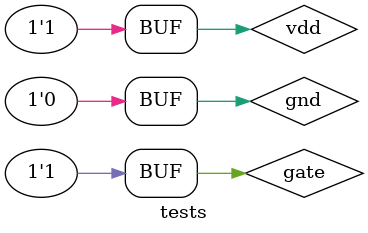
<source format=v>

/**
 * Iesus Hominum Salvator.
 */

module tests();
    
    supply0 gnd;
    supply1 vdd;

    reg  gate;
    wire out;

    mosfet_pnp u0( .vdd(vdd), .gate(gate), .out(out) );

    initial begin
        gate <= 0;

        $monitor("PMOS, PNP -> gate: %0b, out: %0b (vdd: %0b)", gate, out, vdd);

        #10 gate <= 1;
    end

endmodule



</source>
